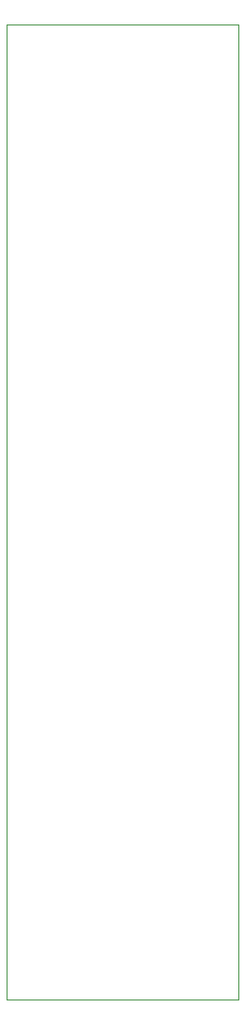
<source format=gbr>
G04 #@! TF.GenerationSoftware,KiCad,Pcbnew,(5.1.8)-1*
G04 #@! TF.CreationDate,2021-07-09T23:14:26+09:00*
G04 #@! TF.ProjectId,L3PSG6n9Side,4c335053-4736-46e3-9953-6964652e6b69,rev?*
G04 #@! TF.SameCoordinates,Original*
G04 #@! TF.FileFunction,Profile,NP*
%FSLAX46Y46*%
G04 Gerber Fmt 4.6, Leading zero omitted, Abs format (unit mm)*
G04 Created by KiCad (PCBNEW (5.1.8)-1) date 2021-07-09 23:14:26*
%MOMM*%
%LPD*%
G01*
G04 APERTURE LIST*
G04 #@! TA.AperFunction,Profile*
%ADD10C,0.050000*%
G04 #@! TD*
G04 APERTURE END LIST*
D10*
X85344000Y-50800000D02*
X64389000Y-50800000D01*
X85344000Y-138430000D02*
X85344000Y-50800000D01*
X64389000Y-138430000D02*
X85344000Y-138430000D01*
X64389000Y-50800000D02*
X64389000Y-138430000D01*
M02*

</source>
